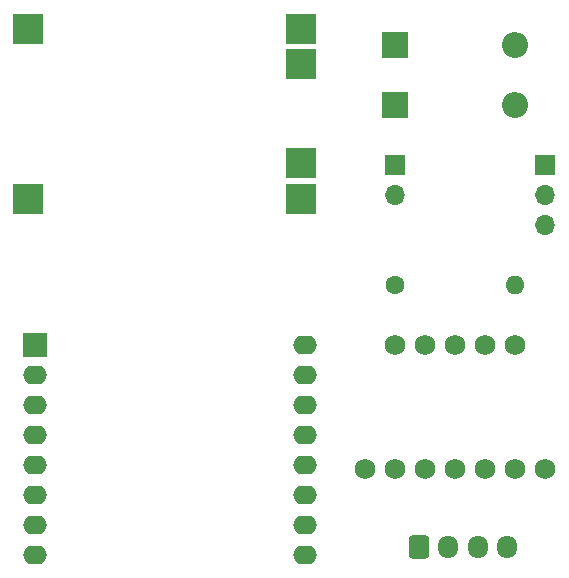
<source format=gbr>
%TF.GenerationSoftware,KiCad,Pcbnew,7.0.9*%
%TF.CreationDate,2024-01-03T14:20:43+09:00*%
%TF.ProjectId,SlimeVR_Tracker,536c696d-6556-4525-9f54-7261636b6572,rev?*%
%TF.SameCoordinates,Original*%
%TF.FileFunction,Soldermask,Top*%
%TF.FilePolarity,Negative*%
%FSLAX46Y46*%
G04 Gerber Fmt 4.6, Leading zero omitted, Abs format (unit mm)*
G04 Created by KiCad (PCBNEW 7.0.9) date 2024-01-03 14:20:43*
%MOMM*%
%LPD*%
G01*
G04 APERTURE LIST*
G04 Aperture macros list*
%AMRoundRect*
0 Rectangle with rounded corners*
0 $1 Rounding radius*
0 $2 $3 $4 $5 $6 $7 $8 $9 X,Y pos of 4 corners*
0 Add a 4 corners polygon primitive as box body*
4,1,4,$2,$3,$4,$5,$6,$7,$8,$9,$2,$3,0*
0 Add four circle primitives for the rounded corners*
1,1,$1+$1,$2,$3*
1,1,$1+$1,$4,$5*
1,1,$1+$1,$6,$7*
1,1,$1+$1,$8,$9*
0 Add four rect primitives between the rounded corners*
20,1,$1+$1,$2,$3,$4,$5,0*
20,1,$1+$1,$4,$5,$6,$7,0*
20,1,$1+$1,$6,$7,$8,$9,0*
20,1,$1+$1,$8,$9,$2,$3,0*%
G04 Aperture macros list end*
%ADD10R,2.500000X2.500000*%
%ADD11RoundRect,0.250000X-0.600000X-0.725000X0.600000X-0.725000X0.600000X0.725000X-0.600000X0.725000X0*%
%ADD12O,1.700000X1.950000*%
%ADD13R,2.000000X2.000000*%
%ADD14O,2.000000X1.600000*%
%ADD15R,1.700000X1.700000*%
%ADD16O,1.700000X1.700000*%
%ADD17C,1.600000*%
%ADD18O,1.600000X1.600000*%
%ADD19R,2.200000X2.200000*%
%ADD20O,2.200000X2.200000*%
%ADD21C,1.750000*%
G04 APERTURE END LIST*
D10*
%TO.C,TP4056-Module1*%
X111400000Y-29570000D03*
X111400000Y-37970000D03*
X88300000Y-26570000D03*
X88300000Y-40970000D03*
X111400000Y-26570000D03*
X111400000Y-40970000D03*
%TD*%
D11*
%TO.C,J2*%
X121350000Y-70450000D03*
D12*
X123850000Y-70450000D03*
X126350000Y-70450000D03*
X128850000Y-70450000D03*
%TD*%
D13*
%TO.C,U2*%
X88900000Y-53340000D03*
D14*
X88900000Y-55880000D03*
X88900000Y-58420000D03*
X88900000Y-60960000D03*
X88900000Y-63500000D03*
X88900000Y-66040000D03*
X88900000Y-68580000D03*
X88900000Y-71120000D03*
X111760000Y-71120000D03*
X111760000Y-68580000D03*
X111760000Y-66040000D03*
X111760000Y-63500000D03*
X111760000Y-60960000D03*
X111760000Y-58420000D03*
X111760000Y-55880000D03*
X111760000Y-53340000D03*
%TD*%
D15*
%TO.C,SW1*%
X132080000Y-38100000D03*
D16*
X132080000Y-40640000D03*
X132080000Y-43180000D03*
%TD*%
D15*
%TO.C,BT1*%
X119380000Y-38100000D03*
D16*
X119380000Y-40640000D03*
%TD*%
D17*
%TO.C,R1*%
X119380000Y-48260000D03*
D18*
X129540000Y-48260000D03*
%TD*%
D19*
%TO.C,D2*%
X119380000Y-27940000D03*
D20*
X129540000Y-27940000D03*
%TD*%
D19*
%TO.C,D1*%
X119380000Y-33020000D03*
D20*
X129540000Y-33020000D03*
%TD*%
D21*
%TO.C,BMI160-Module1*%
X119380000Y-63840000D03*
X129540000Y-63840000D03*
X121920000Y-63840000D03*
X124460000Y-53340000D03*
X121920000Y-53340000D03*
X119380000Y-53340000D03*
X132080000Y-63840000D03*
X124460000Y-63840000D03*
X127000000Y-53340000D03*
X127000000Y-63840000D03*
X129540000Y-53340000D03*
X116840000Y-63840000D03*
%TD*%
M02*

</source>
